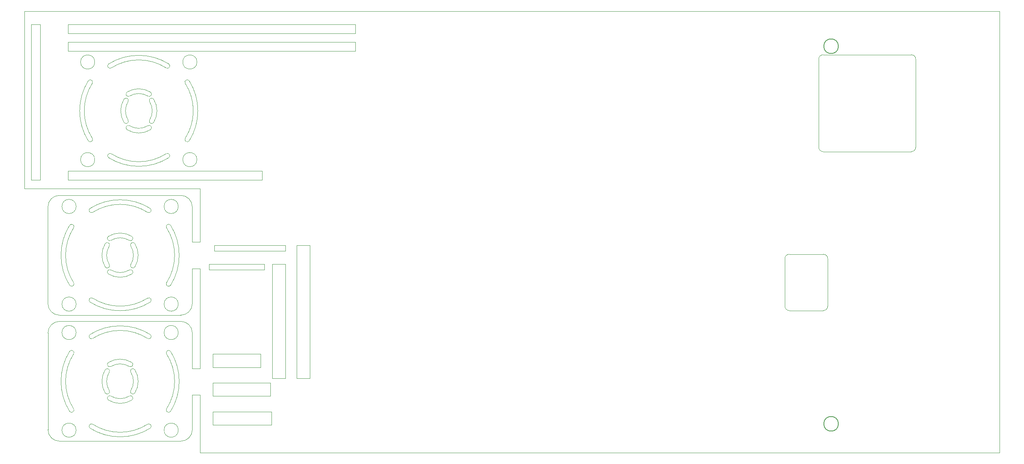
<source format=gbr>
%TF.GenerationSoftware,KiCad,Pcbnew,8.0.9-8.0.9-0~ubuntu24.04.1*%
%TF.CreationDate,2025-03-26T21:15:19+01:00*%
%TF.ProjectId,HighIsoXFMR,48696768-4973-46f5-9846-4d522e6b6963,rev?*%
%TF.SameCoordinates,Original*%
%TF.FileFunction,Profile,NP*%
%FSLAX46Y46*%
G04 Gerber Fmt 4.6, Leading zero omitted, Abs format (unit mm)*
G04 Created by KiCad (PCBNEW 8.0.9-8.0.9-0~ubuntu24.04.1) date 2025-03-26 21:15:19*
%MOMM*%
%LPD*%
G01*
G04 APERTURE LIST*
%TA.AperFunction,Profile*%
%ADD10C,0.100000*%
%TD*%
%TA.AperFunction,Profile*%
%ADD11C,0.150000*%
%TD*%
%TA.AperFunction,Profile*%
%ADD12C,0.050000*%
%TD*%
G04 APERTURE END LIST*
D10*
X72875000Y-127250000D02*
X83625000Y-127250000D01*
X83625000Y-130250000D01*
X72875000Y-130250000D01*
X72875000Y-127250000D01*
X38361522Y-146900001D02*
G75*
G02*
X35761499Y-144300001I-22J2600001D01*
G01*
X91750000Y-102750000D02*
X94750000Y-102750000D01*
X94750000Y-132750000D01*
X91750000Y-132750000D01*
X91750000Y-102750000D01*
X70000000Y-90000000D02*
X69988478Y-102000000D01*
X68250000Y-136500000D02*
X70000000Y-136500000D01*
X68250000Y-130500000D02*
X70000000Y-130500000D01*
X32000000Y-53000000D02*
X34000000Y-53000000D01*
X34000000Y-88000000D01*
X32000000Y-88000000D01*
X32000000Y-53000000D01*
X70000000Y-90000000D02*
X30500000Y-90000000D01*
X38361522Y-119900001D02*
X65661522Y-119900001D01*
X40250000Y-57000000D02*
X105000000Y-57000000D01*
X105000000Y-59000000D01*
X40250000Y-59000000D01*
X40250000Y-57000000D01*
X68238478Y-108000000D02*
X69988478Y-108000000D01*
X68250000Y-115900000D02*
X68238478Y-108000000D01*
X250000000Y-149500000D02*
X70000000Y-149500000D01*
X72875000Y-140250000D02*
X86125000Y-140250000D01*
X86125000Y-143250000D01*
X72875000Y-143250000D01*
X72875000Y-140250000D01*
X250000000Y-149500000D02*
X250000000Y-50000000D01*
X73250000Y-102750000D02*
X89250000Y-102750000D01*
X89250000Y-104000000D01*
X73250000Y-104000000D01*
X73250000Y-102750000D01*
X86250000Y-107000000D02*
X89250000Y-107000000D01*
X89250000Y-132750000D01*
X86250000Y-132750000D01*
X86250000Y-107000000D01*
X35750000Y-94100000D02*
G75*
G02*
X38350000Y-91500000I2600000J0D01*
G01*
X250000000Y-50000000D02*
X30500000Y-50000000D01*
X65650000Y-118500000D02*
X38350000Y-118500000D01*
X30500000Y-50000000D02*
X30500000Y-90000000D01*
X35761522Y-144300001D02*
X35761522Y-122500001D01*
X68250000Y-130500000D02*
X68261522Y-122500001D01*
X35750000Y-115900000D02*
X35750000Y-94100000D01*
X68238478Y-102000000D02*
X68250000Y-94100000D01*
X40250000Y-86000000D02*
X84000000Y-86000000D01*
X84000000Y-88000000D01*
X40250000Y-88000000D01*
X40250000Y-86000000D01*
X72000000Y-107000000D02*
X84500000Y-107000000D01*
X84500000Y-108250000D01*
X72000000Y-108250000D01*
X72000000Y-107000000D01*
X69988478Y-108000000D02*
X70000000Y-130500000D01*
X65650000Y-91500000D02*
G75*
G02*
X68250000Y-94100000I0J-2600000D01*
G01*
X68261522Y-144300001D02*
G75*
G02*
X65661522Y-146900022I-2600022J1D01*
G01*
X35761522Y-122500001D02*
G75*
G02*
X38361522Y-119900022I2599978J1D01*
G01*
X38350000Y-118500000D02*
G75*
G02*
X35750000Y-115900000I0J2600000D01*
G01*
X65661522Y-146900001D02*
X38361522Y-146900001D01*
X40250000Y-53000000D02*
X105000000Y-53000000D01*
X105000000Y-55000000D01*
X40250000Y-55000000D01*
X40250000Y-53000000D01*
X72875000Y-133750000D02*
X85875000Y-133750000D01*
X85875000Y-136750000D01*
X72875000Y-136750000D01*
X72875000Y-133750000D01*
X65661522Y-119900001D02*
G75*
G02*
X68261499Y-122500001I-22J-2599999D01*
G01*
X68238478Y-102000000D02*
X69988478Y-102000000D01*
X38350000Y-91500000D02*
X65650000Y-91500000D01*
X68250000Y-115900000D02*
G75*
G02*
X65650000Y-118500000I-2600000J0D01*
G01*
X68261522Y-144300001D02*
X68250000Y-136500000D01*
X70000000Y-136500000D02*
X70000000Y-149500000D01*
%TO.C,U3*%
X201662600Y-116458000D02*
X201662600Y-105758000D01*
X202662600Y-104758000D02*
X210314600Y-104758000D01*
X209282600Y-80644000D02*
X209282600Y-60800000D01*
X210282600Y-59800000D02*
X230126600Y-59800000D01*
X210314600Y-117458000D02*
X202662600Y-117458000D01*
X211314600Y-105758000D02*
X211314600Y-116458000D01*
X230126600Y-81644000D02*
X210282600Y-81644000D01*
X231126600Y-60800000D02*
X231126600Y-80644000D01*
X201662600Y-105758000D02*
G75*
G02*
X202662600Y-104758000I1000000J0D01*
G01*
X202662600Y-117458000D02*
G75*
G02*
X201662600Y-116458000I0J1000000D01*
G01*
X209282600Y-60800000D02*
G75*
G02*
X210282600Y-59800000I1000000J0D01*
G01*
X210282600Y-81644000D02*
G75*
G02*
X209282600Y-80644000I0J1000000D01*
G01*
X210314600Y-104758000D02*
G75*
G02*
X211314600Y-105758000I0J-1000000D01*
G01*
X211314600Y-116458000D02*
G75*
G02*
X210314600Y-117458000I-1000000J0D01*
G01*
X230126600Y-59800000D02*
G75*
G02*
X231126600Y-60800000I0J-1000000D01*
G01*
X231126600Y-80644000D02*
G75*
G02*
X230126600Y-81644000I-1000000J0D01*
G01*
D11*
X213726600Y-57895000D02*
G75*
G02*
X210426600Y-57895000I-1650000J0D01*
G01*
X210426600Y-57895000D02*
G75*
G02*
X213726600Y-57895000I1650000J0D01*
G01*
X213726600Y-142985000D02*
G75*
G02*
X210426600Y-142985000I-1650000J0D01*
G01*
X210426600Y-142985000D02*
G75*
G02*
X213726600Y-142985000I1650000J0D01*
G01*
D12*
%TO.C,TR2*%
X38700003Y-105000000D02*
G75*
G02*
X40637167Y-98236541I12596852J51205D01*
G01*
X39724773Y-104999588D02*
G75*
G02*
X41543228Y-98801988I11470446J4D01*
G01*
X40637166Y-98236541D02*
G75*
G02*
X41543227Y-98801988I440678J-302517D01*
G01*
X40637167Y-111762634D02*
G75*
G02*
X38700000Y-105000000I10659645J6712241D01*
G01*
X41543227Y-111197188D02*
G75*
G02*
X39724772Y-104999588I9651991J6197596D01*
G01*
X41543227Y-111197188D02*
G75*
G02*
X40637166Y-111762635I-465383J-262930D01*
G01*
X45243600Y-115560067D02*
G75*
G02*
X45809047Y-114654006I302517J440678D01*
G01*
X45243601Y-94433601D02*
G75*
G02*
X52006235Y-92496434I6712243J-10659651D01*
G01*
X45809047Y-95339661D02*
G75*
G02*
X45243600Y-94433600I-262930J465383D01*
G01*
X45809047Y-95339661D02*
G75*
G02*
X52006647Y-93521206I6197596J-9651991D01*
G01*
X47900000Y-104999406D02*
G75*
G02*
X48655741Y-102358133I5054600J-17504D01*
G01*
X48655741Y-107641272D02*
G75*
G02*
X47899999Y-104999406I4298879J2658782D01*
G01*
X48655765Y-102357883D02*
G75*
G02*
X49561826Y-102923330I440678J-302517D01*
G01*
X48967522Y-104999703D02*
G75*
G02*
X49561826Y-102923330I3934324J-2853D01*
G01*
X49358236Y-100745652D02*
G75*
G02*
X51999703Y-99989795I2658964J-4298738D01*
G01*
X49364530Y-109214296D02*
G75*
G02*
X49929977Y-108308235I302517J440678D01*
G01*
X49561826Y-107076076D02*
G75*
G02*
X48655765Y-107641523I-465383J-262930D01*
G01*
X49561826Y-107076076D02*
G75*
G02*
X48967522Y-104999703I3340024J2079226D01*
G01*
X49923628Y-101651622D02*
G75*
G02*
X49358173Y-100745563I-262931J465384D01*
G01*
X49923628Y-101651622D02*
G75*
G02*
X52000000Y-101057317I2079236J-3340049D01*
G01*
X51999703Y-99989795D02*
G75*
G02*
X54641569Y-100745536I-16906J-5054592D01*
G01*
X52000000Y-101057317D02*
G75*
G02*
X54076373Y-101651621I-2860J-3934348D01*
G01*
X52006235Y-117497233D02*
G75*
G02*
X45243601Y-115560066I-50391J12596818D01*
G01*
X52006350Y-108902539D02*
G75*
G02*
X49929977Y-108308235I2860J3934349D01*
G01*
X52006647Y-93521206D02*
G75*
G02*
X58204247Y-95339662I3J-11470444D01*
G01*
X52006647Y-109970061D02*
G75*
G02*
X49364780Y-109214321I16903J5054591D01*
G01*
X52006647Y-116472461D02*
G75*
G02*
X45809047Y-114654006I-4J11470446D01*
G01*
X52007059Y-92496434D02*
G75*
G02*
X58769693Y-94433601I50391J-12596816D01*
G01*
X54082723Y-108308235D02*
G75*
G02*
X52006350Y-108902539I-2079233J3340045D01*
G01*
X54082723Y-108308235D02*
G75*
G02*
X54648170Y-109214296I262927J-465385D01*
G01*
X54405696Y-102923627D02*
G75*
G02*
X55000000Y-105000000I-3340044J-2079233D01*
G01*
X54405696Y-102923627D02*
G75*
G02*
X55311757Y-102358180I465383J262930D01*
G01*
X54641634Y-100745441D02*
G75*
G02*
X54076373Y-101651621I-302334J-440799D01*
G01*
X54647920Y-109214321D02*
G75*
G02*
X52006647Y-109970061I-2658773J4298850D01*
G01*
X55000000Y-105000000D02*
G75*
G02*
X54405696Y-107076373I-3934348J2860D01*
G01*
X55311757Y-107641820D02*
G75*
G02*
X54405704Y-107076377I-440677J302510D01*
G01*
X55311781Y-102358431D02*
G75*
G02*
X56067522Y-105000297I-4298851J-2658772D01*
G01*
X56067521Y-105000297D02*
G75*
G02*
X55311781Y-107641570I-5054590J17500D01*
G01*
X58204247Y-114654006D02*
G75*
G02*
X52006647Y-116472461I-6197597J9651996D01*
G01*
X58204247Y-114654006D02*
G75*
G02*
X58769718Y-115560102I262953J-465394D01*
G01*
X58769693Y-115560066D02*
G75*
G02*
X52007059Y-117497232I-6712243J10659656D01*
G01*
X58769694Y-94433600D02*
G75*
G02*
X58204247Y-95339661I-302514J-440680D01*
G01*
X62456773Y-98802400D02*
G75*
G02*
X63362840Y-98236949I465387J262930D01*
G01*
X62456773Y-98802400D02*
G75*
G02*
X64275233Y-105000000I-9651973J-6197600D01*
G01*
X63362833Y-98236954D02*
G75*
G02*
X65300004Y-104999588I-10659633J-6712246D01*
G01*
X63362834Y-111763047D02*
G75*
G02*
X62456810Y-111197621I-440634J302547D01*
G01*
X64275228Y-105000000D02*
G75*
G02*
X62456769Y-111197597I-11470428J0D01*
G01*
X65300000Y-105000412D02*
G75*
G02*
X63362829Y-111763044I-12596800J-50388D01*
G01*
X42100000Y-94000000D02*
G75*
G02*
X38900000Y-94000000I-1600000J0D01*
G01*
X38900000Y-94000000D02*
G75*
G02*
X42100000Y-94000000I1600000J0D01*
G01*
X42100000Y-116000000D02*
G75*
G02*
X38900000Y-116000000I-1600000J0D01*
G01*
X38900000Y-116000000D02*
G75*
G02*
X42100000Y-116000000I1600000J0D01*
G01*
X65100000Y-94000000D02*
G75*
G02*
X61900000Y-94000000I-1600000J0D01*
G01*
X61900000Y-94000000D02*
G75*
G02*
X65100000Y-94000000I1600000J0D01*
G01*
X65100000Y-116000000D02*
G75*
G02*
X61900000Y-116000000I-1600000J0D01*
G01*
X61900000Y-116000000D02*
G75*
G02*
X65100000Y-116000000I1600000J0D01*
G01*
%TO.C,TR3*%
X38700003Y-133415475D02*
G75*
G02*
X40637167Y-126652016I12596852J51205D01*
G01*
X39724773Y-133415063D02*
G75*
G02*
X41543228Y-127217463I11470446J4D01*
G01*
X40637166Y-126652016D02*
G75*
G02*
X41543227Y-127217463I440678J-302517D01*
G01*
X40637167Y-140178109D02*
G75*
G02*
X38700000Y-133415475I10659645J6712241D01*
G01*
X41543227Y-139612663D02*
G75*
G02*
X39724772Y-133415063I9651991J6197596D01*
G01*
X41543227Y-139612663D02*
G75*
G02*
X40637166Y-140178110I-465383J-262930D01*
G01*
X45243600Y-143975542D02*
G75*
G02*
X45809047Y-143069481I302517J440678D01*
G01*
X45243601Y-122849076D02*
G75*
G02*
X52006235Y-120911909I6712243J-10659651D01*
G01*
X45809047Y-123755136D02*
G75*
G02*
X45243600Y-122849075I-262930J465383D01*
G01*
X45809047Y-123755136D02*
G75*
G02*
X52006647Y-121936681I6197596J-9651991D01*
G01*
X47900000Y-133414881D02*
G75*
G02*
X48655741Y-130773608I5054600J-17504D01*
G01*
X48655741Y-136056747D02*
G75*
G02*
X47899999Y-133414881I4298879J2658782D01*
G01*
X48655765Y-130773358D02*
G75*
G02*
X49561826Y-131338805I440678J-302517D01*
G01*
X48967522Y-133415178D02*
G75*
G02*
X49561826Y-131338805I3934324J-2853D01*
G01*
X49358236Y-129161127D02*
G75*
G02*
X51999703Y-128405270I2658964J-4298738D01*
G01*
X49364530Y-137629771D02*
G75*
G02*
X49929977Y-136723710I302517J440678D01*
G01*
X49561826Y-135491551D02*
G75*
G02*
X48655765Y-136056998I-465383J-262930D01*
G01*
X49561826Y-135491551D02*
G75*
G02*
X48967522Y-133415178I3340024J2079226D01*
G01*
X49923628Y-130067097D02*
G75*
G02*
X49358173Y-129161038I-262931J465384D01*
G01*
X49923628Y-130067097D02*
G75*
G02*
X52000000Y-129472792I2079236J-3340049D01*
G01*
X51999703Y-128405270D02*
G75*
G02*
X54641569Y-129161011I-16906J-5054592D01*
G01*
X52000000Y-129472792D02*
G75*
G02*
X54076373Y-130067096I-2860J-3934348D01*
G01*
X52006235Y-145912708D02*
G75*
G02*
X45243601Y-143975541I-50391J12596818D01*
G01*
X52006350Y-137318014D02*
G75*
G02*
X49929977Y-136723710I2860J3934349D01*
G01*
X52006647Y-121936681D02*
G75*
G02*
X58204247Y-123755137I3J-11470444D01*
G01*
X52006647Y-138385536D02*
G75*
G02*
X49364780Y-137629796I16903J5054591D01*
G01*
X52006647Y-144887936D02*
G75*
G02*
X45809047Y-143069481I-4J11470446D01*
G01*
X52007059Y-120911909D02*
G75*
G02*
X58769693Y-122849076I50391J-12596816D01*
G01*
X54082723Y-136723710D02*
G75*
G02*
X52006350Y-137318014I-2079233J3340045D01*
G01*
X54082723Y-136723710D02*
G75*
G02*
X54648170Y-137629771I262927J-465385D01*
G01*
X54405696Y-131339102D02*
G75*
G02*
X55000000Y-133415475I-3340044J-2079233D01*
G01*
X54405696Y-131339102D02*
G75*
G02*
X55311757Y-130773655I465383J262930D01*
G01*
X54641634Y-129160916D02*
G75*
G02*
X54076373Y-130067096I-302334J-440799D01*
G01*
X54647920Y-137629796D02*
G75*
G02*
X52006647Y-138385536I-2658773J4298850D01*
G01*
X55000000Y-133415475D02*
G75*
G02*
X54405696Y-135491848I-3934348J2860D01*
G01*
X55311757Y-136057295D02*
G75*
G02*
X54405704Y-135491852I-440677J302510D01*
G01*
X55311781Y-130773906D02*
G75*
G02*
X56067522Y-133415772I-4298851J-2658772D01*
G01*
X56067521Y-133415772D02*
G75*
G02*
X55311781Y-136057045I-5054590J17500D01*
G01*
X58204247Y-143069481D02*
G75*
G02*
X52006647Y-144887936I-6197597J9651996D01*
G01*
X58204247Y-143069481D02*
G75*
G02*
X58769718Y-143975577I262953J-465394D01*
G01*
X58769693Y-143975541D02*
G75*
G02*
X52007059Y-145912707I-6712243J10659656D01*
G01*
X58769694Y-122849075D02*
G75*
G02*
X58204247Y-123755136I-302514J-440680D01*
G01*
X62456773Y-127217875D02*
G75*
G02*
X63362840Y-126652424I465387J262930D01*
G01*
X62456773Y-127217875D02*
G75*
G02*
X64275233Y-133415475I-9651973J-6197600D01*
G01*
X63362833Y-126652429D02*
G75*
G02*
X65300004Y-133415063I-10659633J-6712246D01*
G01*
X63362834Y-140178522D02*
G75*
G02*
X62456810Y-139613096I-440634J302547D01*
G01*
X64275228Y-133415475D02*
G75*
G02*
X62456769Y-139613072I-11470428J0D01*
G01*
X65300000Y-133415887D02*
G75*
G02*
X63362829Y-140178519I-12596800J-50388D01*
G01*
X42100000Y-122415475D02*
G75*
G02*
X38900000Y-122415475I-1600000J0D01*
G01*
X38900000Y-122415475D02*
G75*
G02*
X42100000Y-122415475I1600000J0D01*
G01*
X42100000Y-144415475D02*
G75*
G02*
X38900000Y-144415475I-1600000J0D01*
G01*
X38900000Y-144415475D02*
G75*
G02*
X42100000Y-144415475I1600000J0D01*
G01*
X65100000Y-122415475D02*
G75*
G02*
X61900000Y-122415475I-1600000J0D01*
G01*
X61900000Y-122415475D02*
G75*
G02*
X65100000Y-122415475I1600000J0D01*
G01*
X65100000Y-144415475D02*
G75*
G02*
X61900000Y-144415475I-1600000J0D01*
G01*
X61900000Y-144415475D02*
G75*
G02*
X65100000Y-144415475I1600000J0D01*
G01*
%TO.C,TR1*%
X42900000Y-72447188D02*
G75*
G02*
X44837171Y-65684556I12596800J50388D01*
G01*
X43924772Y-72447600D02*
G75*
G02*
X45743231Y-66250003I11470428J0D01*
G01*
X44837166Y-65684553D02*
G75*
G02*
X45743190Y-66249979I440634J-302547D01*
G01*
X44837167Y-79210646D02*
G75*
G02*
X42899996Y-72448012I10659633J6712246D01*
G01*
X45743227Y-78645200D02*
G75*
G02*
X43924767Y-72447600I9651973J6197600D01*
G01*
X45743227Y-78645200D02*
G75*
G02*
X44837160Y-79210651I-465387J-262930D01*
G01*
X49430306Y-83014000D02*
G75*
G02*
X49995753Y-82107939I302514J440680D01*
G01*
X49430307Y-61887534D02*
G75*
G02*
X56192941Y-59950368I6712243J-10659656D01*
G01*
X49995753Y-62793594D02*
G75*
G02*
X49430282Y-61887498I-262953J465394D01*
G01*
X49995753Y-62793594D02*
G75*
G02*
X56193353Y-60975139I6197597J-9651996D01*
G01*
X52132479Y-72447303D02*
G75*
G02*
X52888219Y-69806030I5054590J-17500D01*
G01*
X52888219Y-75089169D02*
G75*
G02*
X52132478Y-72447303I4298851J2658772D01*
G01*
X52888243Y-69805780D02*
G75*
G02*
X53794296Y-70371223I440677J-302510D01*
G01*
X53200000Y-72447600D02*
G75*
G02*
X53794304Y-70371227I3934348J-2860D01*
G01*
X53552080Y-68233279D02*
G75*
G02*
X56193353Y-67477539I2658773J-4298850D01*
G01*
X53558366Y-76702159D02*
G75*
G02*
X54123627Y-75795979I302334J440799D01*
G01*
X53794304Y-74523973D02*
G75*
G02*
X52888243Y-75089420I-465383J-262930D01*
G01*
X53794304Y-74523973D02*
G75*
G02*
X53200000Y-72447600I3340044J2079233D01*
G01*
X54117277Y-69139365D02*
G75*
G02*
X53551830Y-68233304I-262927J465385D01*
G01*
X54117277Y-69139365D02*
G75*
G02*
X56193650Y-68545061I2079233J-3340045D01*
G01*
X56192941Y-84951166D02*
G75*
G02*
X49430307Y-83013999I-50391J12596816D01*
G01*
X56193353Y-60975139D02*
G75*
G02*
X62390953Y-62793594I4J-11470446D01*
G01*
X56193353Y-67477539D02*
G75*
G02*
X58835220Y-68233279I-16903J-5054591D01*
G01*
X56193353Y-83926394D02*
G75*
G02*
X49995753Y-82107938I-3J11470444D01*
G01*
X56193650Y-68545061D02*
G75*
G02*
X58270023Y-69139365I-2860J-3934349D01*
G01*
X56193765Y-59950367D02*
G75*
G02*
X62956399Y-61887534I50391J-12596818D01*
G01*
X56200000Y-76390283D02*
G75*
G02*
X54123627Y-75795979I2860J3934348D01*
G01*
X56200297Y-77457805D02*
G75*
G02*
X53558431Y-76702064I16906J5054592D01*
G01*
X58276372Y-75795978D02*
G75*
G02*
X56200000Y-76390283I-2079236J3340049D01*
G01*
X58276372Y-75795978D02*
G75*
G02*
X58841827Y-76702037I262931J-465384D01*
G01*
X58638174Y-70371524D02*
G75*
G02*
X59232478Y-72447897I-3340024J-2079226D01*
G01*
X58638174Y-70371524D02*
G75*
G02*
X59544235Y-69806077I465383J262930D01*
G01*
X58835470Y-68233304D02*
G75*
G02*
X58270023Y-69139365I-302517J-440678D01*
G01*
X58841764Y-76701948D02*
G75*
G02*
X56200297Y-77457805I-2658964J4298738D01*
G01*
X59232478Y-72447897D02*
G75*
G02*
X58638174Y-74524270I-3934324J2853D01*
G01*
X59544235Y-75089717D02*
G75*
G02*
X58638174Y-74524270I-440678J302517D01*
G01*
X59544259Y-69806328D02*
G75*
G02*
X60300001Y-72448194I-4298879J-2658782D01*
G01*
X60300000Y-72448194D02*
G75*
G02*
X59544259Y-75089467I-5054600J17504D01*
G01*
X62390953Y-82107939D02*
G75*
G02*
X56193353Y-83926394I-6197596J9651991D01*
G01*
X62390953Y-82107939D02*
G75*
G02*
X62956400Y-83014000I262930J-465383D01*
G01*
X62956399Y-83013999D02*
G75*
G02*
X56193765Y-84951166I-6712243J10659651D01*
G01*
X62956400Y-61887533D02*
G75*
G02*
X62390953Y-62793594I-302517J-440678D01*
G01*
X66656773Y-66250412D02*
G75*
G02*
X67562834Y-65684965I465383J262930D01*
G01*
X66656773Y-66250412D02*
G75*
G02*
X68475228Y-72448012I-9651991J-6197596D01*
G01*
X67562833Y-65684966D02*
G75*
G02*
X69500000Y-72447600I-10659645J-6712241D01*
G01*
X67562834Y-79211059D02*
G75*
G02*
X66656773Y-78645612I-440678J302517D01*
G01*
X68475227Y-72448012D02*
G75*
G02*
X66656772Y-78645612I-11470446J-4D01*
G01*
X69499997Y-72447600D02*
G75*
G02*
X67562833Y-79211059I-12596852J-51205D01*
G01*
X46300000Y-61447600D02*
G75*
G02*
X43100000Y-61447600I-1600000J0D01*
G01*
X43100000Y-61447600D02*
G75*
G02*
X46300000Y-61447600I1600000J0D01*
G01*
X46300000Y-83447600D02*
G75*
G02*
X43100000Y-83447600I-1600000J0D01*
G01*
X43100000Y-83447600D02*
G75*
G02*
X46300000Y-83447600I1600000J0D01*
G01*
X69300000Y-61447600D02*
G75*
G02*
X66100000Y-61447600I-1600000J0D01*
G01*
X66100000Y-61447600D02*
G75*
G02*
X69300000Y-61447600I1600000J0D01*
G01*
X69300000Y-83447600D02*
G75*
G02*
X66100000Y-83447600I-1600000J0D01*
G01*
X66100000Y-83447600D02*
G75*
G02*
X69300000Y-83447600I1600000J0D01*
G01*
%TD*%
M02*

</source>
